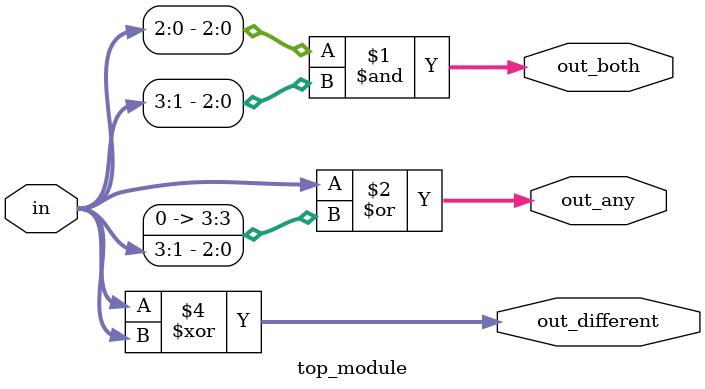
<source format=sv>
module top_module (
	input [3:0] in,
	output [2:0] out_both,
	output [3:0] out_any,
	output [3:0] out_different
);
	assign out_both = in[2:0] & in[3:1];
	assign out_any = {in[3] | in[0], in | {1'b0, in[3:1]}};
	assign out_different = in ^ {in[3:1], in[0]};
endmodule

</source>
